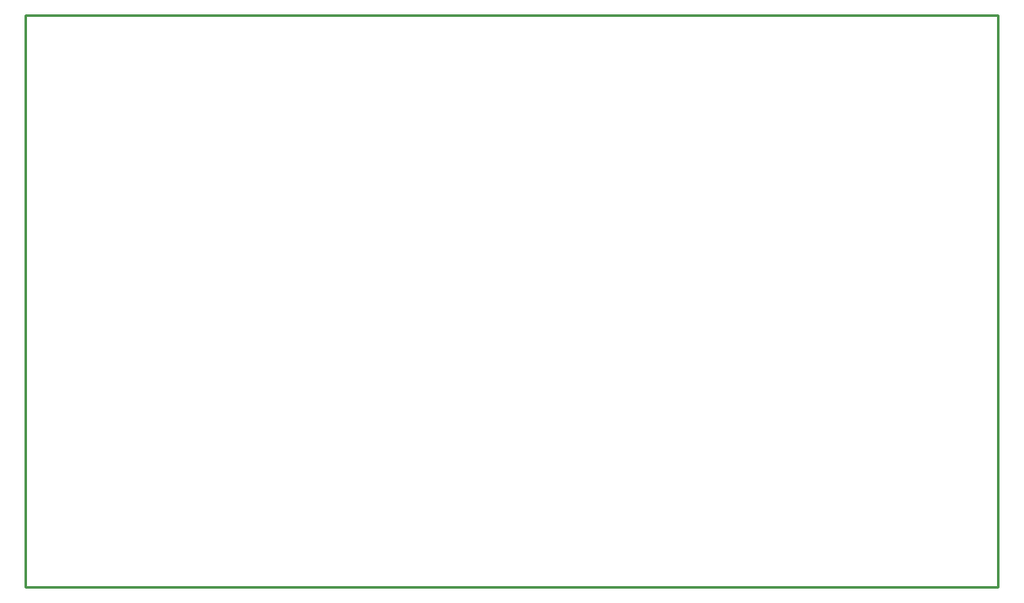
<source format=gm1>
%FSLAX23Y23*%
%MOIN*%
G70*
G01*
G75*
%ADD10C,0.012*%
%ADD11R,0.083X0.060*%
%ADD12R,0.120X0.060*%
%ADD13R,0.070X0.070*%
%ADD14O,0.080X0.024*%
%ADD15R,0.087X0.050*%
%ADD16C,0.020*%
%ADD17C,0.016*%
%ADD18C,0.018*%
%ADD19C,0.080*%
%ADD20C,0.050*%
%ADD21C,0.030*%
%ADD22C,0.040*%
%ADD23C,0.010*%
%ADD24C,0.070*%
%ADD25C,0.080*%
%ADD26C,0.100*%
%ADD27R,0.100X0.100*%
%ADD28C,0.157*%
%ADD29C,0.197*%
%ADD30C,0.062*%
%ADD31O,0.060X0.059*%
%ADD32C,0.059*%
%ADD33C,0.060*%
%ADD34R,0.060X0.060*%
%ADD35R,0.060X0.083*%
%ADD36C,0.025*%
%ADD37C,0.015*%
%ADD38C,0.011*%
%ADD39C,0.008*%
%ADD40R,0.090X0.068*%
%ADD41R,0.128X0.068*%
%ADD42R,0.078X0.078*%
%ADD43O,0.088X0.032*%
%ADD44R,0.095X0.058*%
%ADD45C,0.078*%
%ADD46C,0.088*%
%ADD47C,0.108*%
%ADD48R,0.108X0.108*%
%ADD49C,0.165*%
%ADD50C,0.205*%
%ADD51O,0.068X0.067*%
%ADD52C,0.067*%
%ADD53C,0.068*%
%ADD54R,0.068X0.068*%
%ADD55R,0.068X0.090*%
D23*
X12050Y6696D02*
Y8956D01*
X8210D02*
X12050D01*
X8210Y6696D02*
X12050D01*
X8210D02*
Y8956D01*
M02*

</source>
